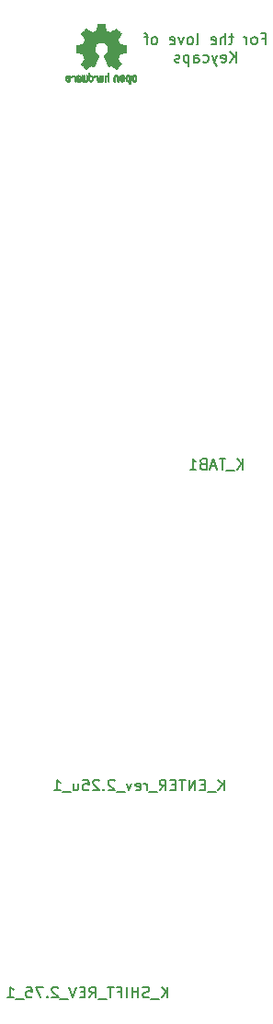
<source format=gbr>
G04 #@! TF.GenerationSoftware,KiCad,Pcbnew,(5.1.5)-3*
G04 #@! TF.CreationDate,2020-01-18T14:12:09+05:30*
G04 #@! TF.ProjectId,ergocape,6572676f-6361-4706-952e-6b696361645f,rev?*
G04 #@! TF.SameCoordinates,Original*
G04 #@! TF.FileFunction,Legend,Bot*
G04 #@! TF.FilePolarity,Positive*
%FSLAX46Y46*%
G04 Gerber Fmt 4.6, Leading zero omitted, Abs format (unit mm)*
G04 Created by KiCad (PCBNEW (5.1.5)-3) date 2020-01-18 14:12:09*
%MOMM*%
%LPD*%
G04 APERTURE LIST*
%ADD10C,0.150000*%
%ADD11C,0.010000*%
G04 APERTURE END LIST*
D10*
X64372476Y-20185571D02*
X64705809Y-20185571D01*
X64705809Y-20709380D02*
X64705809Y-19709380D01*
X64229619Y-19709380D01*
X63705809Y-20709380D02*
X63801047Y-20661761D01*
X63848666Y-20614142D01*
X63896285Y-20518904D01*
X63896285Y-20233190D01*
X63848666Y-20137952D01*
X63801047Y-20090333D01*
X63705809Y-20042714D01*
X63562952Y-20042714D01*
X63467714Y-20090333D01*
X63420095Y-20137952D01*
X63372476Y-20233190D01*
X63372476Y-20518904D01*
X63420095Y-20614142D01*
X63467714Y-20661761D01*
X63562952Y-20709380D01*
X63705809Y-20709380D01*
X62943904Y-20709380D02*
X62943904Y-20042714D01*
X62943904Y-20233190D02*
X62896285Y-20137952D01*
X62848666Y-20090333D01*
X62753428Y-20042714D01*
X62658190Y-20042714D01*
X61705809Y-20042714D02*
X61324857Y-20042714D01*
X61562952Y-19709380D02*
X61562952Y-20566523D01*
X61515333Y-20661761D01*
X61420095Y-20709380D01*
X61324857Y-20709380D01*
X60991523Y-20709380D02*
X60991523Y-19709380D01*
X60562952Y-20709380D02*
X60562952Y-20185571D01*
X60610571Y-20090333D01*
X60705809Y-20042714D01*
X60848666Y-20042714D01*
X60943904Y-20090333D01*
X60991523Y-20137952D01*
X59705809Y-20661761D02*
X59801047Y-20709380D01*
X59991523Y-20709380D01*
X60086761Y-20661761D01*
X60134380Y-20566523D01*
X60134380Y-20185571D01*
X60086761Y-20090333D01*
X59991523Y-20042714D01*
X59801047Y-20042714D01*
X59705809Y-20090333D01*
X59658190Y-20185571D01*
X59658190Y-20280809D01*
X60134380Y-20376047D01*
X58324857Y-20709380D02*
X58420095Y-20661761D01*
X58467714Y-20566523D01*
X58467714Y-19709380D01*
X57801047Y-20709380D02*
X57896285Y-20661761D01*
X57943904Y-20614142D01*
X57991523Y-20518904D01*
X57991523Y-20233190D01*
X57943904Y-20137952D01*
X57896285Y-20090333D01*
X57801047Y-20042714D01*
X57658190Y-20042714D01*
X57562952Y-20090333D01*
X57515333Y-20137952D01*
X57467714Y-20233190D01*
X57467714Y-20518904D01*
X57515333Y-20614142D01*
X57562952Y-20661761D01*
X57658190Y-20709380D01*
X57801047Y-20709380D01*
X57134380Y-20042714D02*
X56896285Y-20709380D01*
X56658190Y-20042714D01*
X55896285Y-20661761D02*
X55991523Y-20709380D01*
X56182000Y-20709380D01*
X56277238Y-20661761D01*
X56324857Y-20566523D01*
X56324857Y-20185571D01*
X56277238Y-20090333D01*
X56182000Y-20042714D01*
X55991523Y-20042714D01*
X55896285Y-20090333D01*
X55848666Y-20185571D01*
X55848666Y-20280809D01*
X56324857Y-20376047D01*
X54515333Y-20709380D02*
X54610571Y-20661761D01*
X54658190Y-20614142D01*
X54705809Y-20518904D01*
X54705809Y-20233190D01*
X54658190Y-20137952D01*
X54610571Y-20090333D01*
X54515333Y-20042714D01*
X54372476Y-20042714D01*
X54277238Y-20090333D01*
X54229619Y-20137952D01*
X54182000Y-20233190D01*
X54182000Y-20518904D01*
X54229619Y-20614142D01*
X54277238Y-20661761D01*
X54372476Y-20709380D01*
X54515333Y-20709380D01*
X53896285Y-20042714D02*
X53515333Y-20042714D01*
X53753428Y-20709380D02*
X53753428Y-19852238D01*
X53705809Y-19757000D01*
X53610571Y-19709380D01*
X53515333Y-19709380D01*
X61991523Y-22359380D02*
X61991523Y-21359380D01*
X61420095Y-22359380D02*
X61848666Y-21787952D01*
X61420095Y-21359380D02*
X61991523Y-21930809D01*
X60610571Y-22311761D02*
X60705809Y-22359380D01*
X60896285Y-22359380D01*
X60991523Y-22311761D01*
X61039142Y-22216523D01*
X61039142Y-21835571D01*
X60991523Y-21740333D01*
X60896285Y-21692714D01*
X60705809Y-21692714D01*
X60610571Y-21740333D01*
X60562952Y-21835571D01*
X60562952Y-21930809D01*
X61039142Y-22026047D01*
X60229619Y-21692714D02*
X59991523Y-22359380D01*
X59753428Y-21692714D02*
X59991523Y-22359380D01*
X60086761Y-22597476D01*
X60134380Y-22645095D01*
X60229619Y-22692714D01*
X58943904Y-22311761D02*
X59039142Y-22359380D01*
X59229619Y-22359380D01*
X59324857Y-22311761D01*
X59372476Y-22264142D01*
X59420095Y-22168904D01*
X59420095Y-21883190D01*
X59372476Y-21787952D01*
X59324857Y-21740333D01*
X59229619Y-21692714D01*
X59039142Y-21692714D01*
X58943904Y-21740333D01*
X58086761Y-22359380D02*
X58086761Y-21835571D01*
X58134380Y-21740333D01*
X58229619Y-21692714D01*
X58420095Y-21692714D01*
X58515333Y-21740333D01*
X58086761Y-22311761D02*
X58182000Y-22359380D01*
X58420095Y-22359380D01*
X58515333Y-22311761D01*
X58562952Y-22216523D01*
X58562952Y-22121285D01*
X58515333Y-22026047D01*
X58420095Y-21978428D01*
X58182000Y-21978428D01*
X58086761Y-21930809D01*
X57610571Y-21692714D02*
X57610571Y-22692714D01*
X57610571Y-21740333D02*
X57515333Y-21692714D01*
X57324857Y-21692714D01*
X57229619Y-21740333D01*
X57182000Y-21787952D01*
X57134380Y-21883190D01*
X57134380Y-22168904D01*
X57182000Y-22264142D01*
X57229619Y-22311761D01*
X57324857Y-22359380D01*
X57515333Y-22359380D01*
X57610571Y-22311761D01*
X56753428Y-22311761D02*
X56658190Y-22359380D01*
X56467714Y-22359380D01*
X56372476Y-22311761D01*
X56324857Y-22216523D01*
X56324857Y-22168904D01*
X56372476Y-22073666D01*
X56467714Y-22026047D01*
X56610571Y-22026047D01*
X56705809Y-21978428D01*
X56753428Y-21883190D01*
X56753428Y-21835571D01*
X56705809Y-21740333D01*
X56610571Y-21692714D01*
X56467714Y-21692714D01*
X56372476Y-21740333D01*
D11*
G36*
X51930256Y-23509918D02*
G01*
X51874799Y-23537568D01*
X51825852Y-23588480D01*
X51812371Y-23607338D01*
X51797686Y-23632015D01*
X51788158Y-23658816D01*
X51782707Y-23694587D01*
X51780253Y-23746169D01*
X51779714Y-23814267D01*
X51782148Y-23907588D01*
X51790606Y-23977657D01*
X51806826Y-24029931D01*
X51832546Y-24069869D01*
X51869503Y-24102929D01*
X51872218Y-24104886D01*
X51908640Y-24124908D01*
X51952498Y-24134815D01*
X52008276Y-24137257D01*
X52098952Y-24137257D01*
X52098990Y-24225283D01*
X52099834Y-24274308D01*
X52104976Y-24303065D01*
X52118413Y-24320311D01*
X52144142Y-24334808D01*
X52150321Y-24337769D01*
X52179236Y-24351648D01*
X52201624Y-24360414D01*
X52218271Y-24361171D01*
X52229964Y-24351023D01*
X52237490Y-24327073D01*
X52241634Y-24286426D01*
X52243185Y-24226186D01*
X52242929Y-24143455D01*
X52241651Y-24035339D01*
X52241252Y-24003000D01*
X52239815Y-23891524D01*
X52238528Y-23818603D01*
X52099029Y-23818603D01*
X52098245Y-23880499D01*
X52094760Y-23920997D01*
X52086876Y-23947708D01*
X52072895Y-23968244D01*
X52063403Y-23978260D01*
X52024596Y-24007567D01*
X51990237Y-24009952D01*
X51954784Y-23985750D01*
X51953886Y-23984857D01*
X51939461Y-23966153D01*
X51930687Y-23940732D01*
X51926261Y-23901584D01*
X51924882Y-23841697D01*
X51924857Y-23828430D01*
X51928188Y-23745901D01*
X51939031Y-23688691D01*
X51958660Y-23653766D01*
X51988350Y-23638094D01*
X52005509Y-23636514D01*
X52046234Y-23643926D01*
X52074168Y-23668330D01*
X52090983Y-23712980D01*
X52098350Y-23781130D01*
X52099029Y-23818603D01*
X52238528Y-23818603D01*
X52238292Y-23805245D01*
X52236323Y-23740333D01*
X52233550Y-23692958D01*
X52229612Y-23659290D01*
X52224151Y-23635498D01*
X52216808Y-23617753D01*
X52207223Y-23602224D01*
X52203113Y-23596381D01*
X52148595Y-23541185D01*
X52079664Y-23509890D01*
X51999928Y-23501165D01*
X51930256Y-23509918D01*
G37*
X51930256Y-23509918D02*
X51874799Y-23537568D01*
X51825852Y-23588480D01*
X51812371Y-23607338D01*
X51797686Y-23632015D01*
X51788158Y-23658816D01*
X51782707Y-23694587D01*
X51780253Y-23746169D01*
X51779714Y-23814267D01*
X51782148Y-23907588D01*
X51790606Y-23977657D01*
X51806826Y-24029931D01*
X51832546Y-24069869D01*
X51869503Y-24102929D01*
X51872218Y-24104886D01*
X51908640Y-24124908D01*
X51952498Y-24134815D01*
X52008276Y-24137257D01*
X52098952Y-24137257D01*
X52098990Y-24225283D01*
X52099834Y-24274308D01*
X52104976Y-24303065D01*
X52118413Y-24320311D01*
X52144142Y-24334808D01*
X52150321Y-24337769D01*
X52179236Y-24351648D01*
X52201624Y-24360414D01*
X52218271Y-24361171D01*
X52229964Y-24351023D01*
X52237490Y-24327073D01*
X52241634Y-24286426D01*
X52243185Y-24226186D01*
X52242929Y-24143455D01*
X52241651Y-24035339D01*
X52241252Y-24003000D01*
X52239815Y-23891524D01*
X52238528Y-23818603D01*
X52099029Y-23818603D01*
X52098245Y-23880499D01*
X52094760Y-23920997D01*
X52086876Y-23947708D01*
X52072895Y-23968244D01*
X52063403Y-23978260D01*
X52024596Y-24007567D01*
X51990237Y-24009952D01*
X51954784Y-23985750D01*
X51953886Y-23984857D01*
X51939461Y-23966153D01*
X51930687Y-23940732D01*
X51926261Y-23901584D01*
X51924882Y-23841697D01*
X51924857Y-23828430D01*
X51928188Y-23745901D01*
X51939031Y-23688691D01*
X51958660Y-23653766D01*
X51988350Y-23638094D01*
X52005509Y-23636514D01*
X52046234Y-23643926D01*
X52074168Y-23668330D01*
X52090983Y-23712980D01*
X52098350Y-23781130D01*
X52099029Y-23818603D01*
X52238528Y-23818603D01*
X52238292Y-23805245D01*
X52236323Y-23740333D01*
X52233550Y-23692958D01*
X52229612Y-23659290D01*
X52224151Y-23635498D01*
X52216808Y-23617753D01*
X52207223Y-23602224D01*
X52203113Y-23596381D01*
X52148595Y-23541185D01*
X52079664Y-23509890D01*
X51999928Y-23501165D01*
X51930256Y-23509918D01*
G36*
X50813907Y-23517780D02*
G01*
X50767328Y-23544723D01*
X50734943Y-23571466D01*
X50711258Y-23599484D01*
X50694941Y-23633748D01*
X50684661Y-23679227D01*
X50679086Y-23740892D01*
X50676884Y-23823711D01*
X50676629Y-23883246D01*
X50676629Y-24102391D01*
X50738314Y-24130044D01*
X50800000Y-24157697D01*
X50807257Y-23917670D01*
X50810256Y-23828028D01*
X50813402Y-23762962D01*
X50817299Y-23718026D01*
X50822553Y-23688770D01*
X50829769Y-23670748D01*
X50839550Y-23659511D01*
X50842688Y-23657079D01*
X50890239Y-23638083D01*
X50938303Y-23645600D01*
X50966914Y-23665543D01*
X50978553Y-23679675D01*
X50986609Y-23698220D01*
X50991729Y-23726334D01*
X50994559Y-23769173D01*
X50995744Y-23831895D01*
X50995943Y-23897261D01*
X50995982Y-23979268D01*
X50997386Y-24037316D01*
X51002086Y-24076465D01*
X51012013Y-24101780D01*
X51029097Y-24118323D01*
X51055268Y-24131156D01*
X51090225Y-24144491D01*
X51128404Y-24159007D01*
X51123859Y-23901389D01*
X51122029Y-23808519D01*
X51119888Y-23739889D01*
X51116819Y-23690711D01*
X51112206Y-23656198D01*
X51105432Y-23631562D01*
X51095881Y-23612016D01*
X51084366Y-23594770D01*
X51028810Y-23539680D01*
X50961020Y-23507822D01*
X50887287Y-23500191D01*
X50813907Y-23517780D01*
G37*
X50813907Y-23517780D02*
X50767328Y-23544723D01*
X50734943Y-23571466D01*
X50711258Y-23599484D01*
X50694941Y-23633748D01*
X50684661Y-23679227D01*
X50679086Y-23740892D01*
X50676884Y-23823711D01*
X50676629Y-23883246D01*
X50676629Y-24102391D01*
X50738314Y-24130044D01*
X50800000Y-24157697D01*
X50807257Y-23917670D01*
X50810256Y-23828028D01*
X50813402Y-23762962D01*
X50817299Y-23718026D01*
X50822553Y-23688770D01*
X50829769Y-23670748D01*
X50839550Y-23659511D01*
X50842688Y-23657079D01*
X50890239Y-23638083D01*
X50938303Y-23645600D01*
X50966914Y-23665543D01*
X50978553Y-23679675D01*
X50986609Y-23698220D01*
X50991729Y-23726334D01*
X50994559Y-23769173D01*
X50995744Y-23831895D01*
X50995943Y-23897261D01*
X50995982Y-23979268D01*
X50997386Y-24037316D01*
X51002086Y-24076465D01*
X51012013Y-24101780D01*
X51029097Y-24118323D01*
X51055268Y-24131156D01*
X51090225Y-24144491D01*
X51128404Y-24159007D01*
X51123859Y-23901389D01*
X51122029Y-23808519D01*
X51119888Y-23739889D01*
X51116819Y-23690711D01*
X51112206Y-23656198D01*
X51105432Y-23631562D01*
X51095881Y-23612016D01*
X51084366Y-23594770D01*
X51028810Y-23539680D01*
X50961020Y-23507822D01*
X50887287Y-23500191D01*
X50813907Y-23517780D01*
G36*
X52488885Y-23511962D02*
G01*
X52420855Y-23547733D01*
X52370649Y-23605301D01*
X52352815Y-23642312D01*
X52338937Y-23697882D01*
X52331833Y-23768096D01*
X52331160Y-23844727D01*
X52336573Y-23919552D01*
X52347730Y-23984342D01*
X52364286Y-24030873D01*
X52369374Y-24038887D01*
X52429645Y-24098707D01*
X52501231Y-24134535D01*
X52578908Y-24145020D01*
X52657452Y-24128810D01*
X52679311Y-24119092D01*
X52721878Y-24089143D01*
X52759237Y-24049433D01*
X52762768Y-24044397D01*
X52777119Y-24020124D01*
X52786606Y-23994178D01*
X52792210Y-23960022D01*
X52794914Y-23911119D01*
X52795701Y-23840935D01*
X52795714Y-23825200D01*
X52795678Y-23820192D01*
X52650571Y-23820192D01*
X52649727Y-23886430D01*
X52646404Y-23930386D01*
X52639417Y-23958779D01*
X52627584Y-23978325D01*
X52621543Y-23984857D01*
X52586814Y-24009680D01*
X52553097Y-24008548D01*
X52519005Y-23987016D01*
X52498671Y-23964029D01*
X52486629Y-23930478D01*
X52479866Y-23877569D01*
X52479402Y-23871399D01*
X52478248Y-23775513D01*
X52490312Y-23704299D01*
X52515430Y-23658194D01*
X52553440Y-23637635D01*
X52567008Y-23636514D01*
X52602636Y-23642152D01*
X52627006Y-23661686D01*
X52641907Y-23699042D01*
X52649125Y-23758150D01*
X52650571Y-23820192D01*
X52795678Y-23820192D01*
X52795174Y-23750413D01*
X52792904Y-23698159D01*
X52787932Y-23661949D01*
X52779287Y-23635299D01*
X52765995Y-23611722D01*
X52763057Y-23607338D01*
X52713687Y-23548249D01*
X52659891Y-23513947D01*
X52594398Y-23500331D01*
X52572158Y-23499665D01*
X52488885Y-23511962D01*
G37*
X52488885Y-23511962D02*
X52420855Y-23547733D01*
X52370649Y-23605301D01*
X52352815Y-23642312D01*
X52338937Y-23697882D01*
X52331833Y-23768096D01*
X52331160Y-23844727D01*
X52336573Y-23919552D01*
X52347730Y-23984342D01*
X52364286Y-24030873D01*
X52369374Y-24038887D01*
X52429645Y-24098707D01*
X52501231Y-24134535D01*
X52578908Y-24145020D01*
X52657452Y-24128810D01*
X52679311Y-24119092D01*
X52721878Y-24089143D01*
X52759237Y-24049433D01*
X52762768Y-24044397D01*
X52777119Y-24020124D01*
X52786606Y-23994178D01*
X52792210Y-23960022D01*
X52794914Y-23911119D01*
X52795701Y-23840935D01*
X52795714Y-23825200D01*
X52795678Y-23820192D01*
X52650571Y-23820192D01*
X52649727Y-23886430D01*
X52646404Y-23930386D01*
X52639417Y-23958779D01*
X52627584Y-23978325D01*
X52621543Y-23984857D01*
X52586814Y-24009680D01*
X52553097Y-24008548D01*
X52519005Y-23987016D01*
X52498671Y-23964029D01*
X52486629Y-23930478D01*
X52479866Y-23877569D01*
X52479402Y-23871399D01*
X52478248Y-23775513D01*
X52490312Y-23704299D01*
X52515430Y-23658194D01*
X52553440Y-23637635D01*
X52567008Y-23636514D01*
X52602636Y-23642152D01*
X52627006Y-23661686D01*
X52641907Y-23699042D01*
X52649125Y-23758150D01*
X52650571Y-23820192D01*
X52795678Y-23820192D01*
X52795174Y-23750413D01*
X52792904Y-23698159D01*
X52787932Y-23661949D01*
X52779287Y-23635299D01*
X52765995Y-23611722D01*
X52763057Y-23607338D01*
X52713687Y-23548249D01*
X52659891Y-23513947D01*
X52594398Y-23500331D01*
X52572158Y-23499665D01*
X52488885Y-23511962D01*
G36*
X51361697Y-23521239D02*
G01*
X51304473Y-23559735D01*
X51260251Y-23615335D01*
X51233833Y-23686086D01*
X51228490Y-23738162D01*
X51229097Y-23759893D01*
X51234178Y-23776531D01*
X51248145Y-23791437D01*
X51275411Y-23807973D01*
X51320388Y-23829498D01*
X51387489Y-23859374D01*
X51387829Y-23859524D01*
X51449593Y-23887813D01*
X51500241Y-23912933D01*
X51534596Y-23932179D01*
X51547482Y-23942848D01*
X51547486Y-23942934D01*
X51536128Y-23966166D01*
X51509569Y-23991774D01*
X51479077Y-24010221D01*
X51463630Y-24013886D01*
X51421485Y-24001212D01*
X51385192Y-23969471D01*
X51367483Y-23934572D01*
X51350448Y-23908845D01*
X51317078Y-23879546D01*
X51277851Y-23854235D01*
X51243244Y-23840471D01*
X51236007Y-23839714D01*
X51227861Y-23852160D01*
X51227370Y-23883972D01*
X51233357Y-23926866D01*
X51244643Y-23972558D01*
X51260050Y-24012761D01*
X51260829Y-24014322D01*
X51307196Y-24079062D01*
X51367289Y-24123097D01*
X51435535Y-24144711D01*
X51506362Y-24142185D01*
X51574196Y-24113804D01*
X51577212Y-24111808D01*
X51630573Y-24063448D01*
X51665660Y-24000352D01*
X51685078Y-23917387D01*
X51687684Y-23894078D01*
X51692299Y-23784055D01*
X51686767Y-23732748D01*
X51547486Y-23732748D01*
X51545676Y-23764753D01*
X51535778Y-23774093D01*
X51511102Y-23767105D01*
X51472205Y-23750587D01*
X51428725Y-23729881D01*
X51427644Y-23729333D01*
X51390791Y-23709949D01*
X51376000Y-23697013D01*
X51379647Y-23683451D01*
X51395005Y-23665632D01*
X51434077Y-23639845D01*
X51476154Y-23637950D01*
X51513897Y-23656717D01*
X51539966Y-23692915D01*
X51547486Y-23732748D01*
X51686767Y-23732748D01*
X51682806Y-23696027D01*
X51658450Y-23626212D01*
X51624544Y-23577302D01*
X51563347Y-23527878D01*
X51495937Y-23503359D01*
X51427120Y-23501797D01*
X51361697Y-23521239D01*
G37*
X51361697Y-23521239D02*
X51304473Y-23559735D01*
X51260251Y-23615335D01*
X51233833Y-23686086D01*
X51228490Y-23738162D01*
X51229097Y-23759893D01*
X51234178Y-23776531D01*
X51248145Y-23791437D01*
X51275411Y-23807973D01*
X51320388Y-23829498D01*
X51387489Y-23859374D01*
X51387829Y-23859524D01*
X51449593Y-23887813D01*
X51500241Y-23912933D01*
X51534596Y-23932179D01*
X51547482Y-23942848D01*
X51547486Y-23942934D01*
X51536128Y-23966166D01*
X51509569Y-23991774D01*
X51479077Y-24010221D01*
X51463630Y-24013886D01*
X51421485Y-24001212D01*
X51385192Y-23969471D01*
X51367483Y-23934572D01*
X51350448Y-23908845D01*
X51317078Y-23879546D01*
X51277851Y-23854235D01*
X51243244Y-23840471D01*
X51236007Y-23839714D01*
X51227861Y-23852160D01*
X51227370Y-23883972D01*
X51233357Y-23926866D01*
X51244643Y-23972558D01*
X51260050Y-24012761D01*
X51260829Y-24014322D01*
X51307196Y-24079062D01*
X51367289Y-24123097D01*
X51435535Y-24144711D01*
X51506362Y-24142185D01*
X51574196Y-24113804D01*
X51577212Y-24111808D01*
X51630573Y-24063448D01*
X51665660Y-24000352D01*
X51685078Y-23917387D01*
X51687684Y-23894078D01*
X51692299Y-23784055D01*
X51686767Y-23732748D01*
X51547486Y-23732748D01*
X51545676Y-23764753D01*
X51535778Y-23774093D01*
X51511102Y-23767105D01*
X51472205Y-23750587D01*
X51428725Y-23729881D01*
X51427644Y-23729333D01*
X51390791Y-23709949D01*
X51376000Y-23697013D01*
X51379647Y-23683451D01*
X51395005Y-23665632D01*
X51434077Y-23639845D01*
X51476154Y-23637950D01*
X51513897Y-23656717D01*
X51539966Y-23692915D01*
X51547486Y-23732748D01*
X51686767Y-23732748D01*
X51682806Y-23696027D01*
X51658450Y-23626212D01*
X51624544Y-23577302D01*
X51563347Y-23527878D01*
X51495937Y-23503359D01*
X51427120Y-23501797D01*
X51361697Y-23521239D01*
G36*
X50154114Y-23441289D02*
G01*
X50149861Y-23500613D01*
X50144975Y-23535572D01*
X50138205Y-23550820D01*
X50128298Y-23551015D01*
X50125086Y-23549195D01*
X50082356Y-23536015D01*
X50026773Y-23536785D01*
X49970263Y-23550333D01*
X49934918Y-23567861D01*
X49898679Y-23595861D01*
X49872187Y-23627549D01*
X49854001Y-23667813D01*
X49842678Y-23721543D01*
X49836778Y-23793626D01*
X49834857Y-23888951D01*
X49834823Y-23907237D01*
X49834800Y-24112646D01*
X49880509Y-24128580D01*
X49912973Y-24139420D01*
X49930785Y-24144468D01*
X49931309Y-24144514D01*
X49933063Y-24130828D01*
X49934556Y-24093076D01*
X49935674Y-24036224D01*
X49936303Y-23965234D01*
X49936400Y-23922073D01*
X49936602Y-23836973D01*
X49937642Y-23775981D01*
X49940169Y-23734177D01*
X49944836Y-23706642D01*
X49952293Y-23688456D01*
X49963189Y-23674698D01*
X49969993Y-23668073D01*
X50016728Y-23641375D01*
X50067728Y-23639375D01*
X50113999Y-23661955D01*
X50122556Y-23670107D01*
X50135107Y-23685436D01*
X50143812Y-23703618D01*
X50149369Y-23729909D01*
X50152474Y-23769562D01*
X50153824Y-23827832D01*
X50154114Y-23908173D01*
X50154114Y-24112646D01*
X50199823Y-24128580D01*
X50232287Y-24139420D01*
X50250099Y-24144468D01*
X50250623Y-24144514D01*
X50251963Y-24130623D01*
X50253172Y-24091439D01*
X50254199Y-24030700D01*
X50254998Y-23952141D01*
X50255519Y-23859498D01*
X50255714Y-23756509D01*
X50255714Y-23359342D01*
X50208543Y-23339444D01*
X50161371Y-23319547D01*
X50154114Y-23441289D01*
G37*
X50154114Y-23441289D02*
X50149861Y-23500613D01*
X50144975Y-23535572D01*
X50138205Y-23550820D01*
X50128298Y-23551015D01*
X50125086Y-23549195D01*
X50082356Y-23536015D01*
X50026773Y-23536785D01*
X49970263Y-23550333D01*
X49934918Y-23567861D01*
X49898679Y-23595861D01*
X49872187Y-23627549D01*
X49854001Y-23667813D01*
X49842678Y-23721543D01*
X49836778Y-23793626D01*
X49834857Y-23888951D01*
X49834823Y-23907237D01*
X49834800Y-24112646D01*
X49880509Y-24128580D01*
X49912973Y-24139420D01*
X49930785Y-24144468D01*
X49931309Y-24144514D01*
X49933063Y-24130828D01*
X49934556Y-24093076D01*
X49935674Y-24036224D01*
X49936303Y-23965234D01*
X49936400Y-23922073D01*
X49936602Y-23836973D01*
X49937642Y-23775981D01*
X49940169Y-23734177D01*
X49944836Y-23706642D01*
X49952293Y-23688456D01*
X49963189Y-23674698D01*
X49969993Y-23668073D01*
X50016728Y-23641375D01*
X50067728Y-23639375D01*
X50113999Y-23661955D01*
X50122556Y-23670107D01*
X50135107Y-23685436D01*
X50143812Y-23703618D01*
X50149369Y-23729909D01*
X50152474Y-23769562D01*
X50153824Y-23827832D01*
X50154114Y-23908173D01*
X50154114Y-24112646D01*
X50199823Y-24128580D01*
X50232287Y-24139420D01*
X50250099Y-24144468D01*
X50250623Y-24144514D01*
X50251963Y-24130623D01*
X50253172Y-24091439D01*
X50254199Y-24030700D01*
X50254998Y-23952141D01*
X50255519Y-23859498D01*
X50255714Y-23756509D01*
X50255714Y-23359342D01*
X50208543Y-23339444D01*
X50161371Y-23319547D01*
X50154114Y-23441289D01*
G36*
X49490256Y-23540968D02*
G01*
X49433384Y-23562087D01*
X49432733Y-23562493D01*
X49397560Y-23588380D01*
X49371593Y-23618633D01*
X49353330Y-23658058D01*
X49341268Y-23711462D01*
X49333904Y-23783651D01*
X49329736Y-23879432D01*
X49329371Y-23893078D01*
X49324124Y-24098842D01*
X49368284Y-24121678D01*
X49400237Y-24137110D01*
X49419530Y-24144423D01*
X49420422Y-24144514D01*
X49423761Y-24131022D01*
X49426413Y-24094626D01*
X49428044Y-24041452D01*
X49428400Y-23998393D01*
X49428408Y-23928641D01*
X49431597Y-23884837D01*
X49442712Y-23863944D01*
X49466499Y-23862925D01*
X49507704Y-23878741D01*
X49569914Y-23907815D01*
X49615659Y-23931963D01*
X49639187Y-23952913D01*
X49646104Y-23975747D01*
X49646114Y-23976877D01*
X49634701Y-24016212D01*
X49600908Y-24037462D01*
X49549191Y-24040539D01*
X49511939Y-24040006D01*
X49492297Y-24050735D01*
X49480048Y-24076505D01*
X49472998Y-24109337D01*
X49483158Y-24127966D01*
X49486983Y-24130632D01*
X49522999Y-24141340D01*
X49573434Y-24142856D01*
X49625374Y-24135759D01*
X49662178Y-24122788D01*
X49713062Y-24079585D01*
X49741986Y-24019446D01*
X49747714Y-23972462D01*
X49743343Y-23930082D01*
X49727525Y-23895488D01*
X49696203Y-23864763D01*
X49645322Y-23833990D01*
X49570824Y-23799252D01*
X49566286Y-23797288D01*
X49499179Y-23766287D01*
X49457768Y-23740862D01*
X49440019Y-23718014D01*
X49443893Y-23694745D01*
X49467357Y-23668056D01*
X49474373Y-23661914D01*
X49521370Y-23638100D01*
X49570067Y-23639103D01*
X49612478Y-23662451D01*
X49640616Y-23705675D01*
X49643231Y-23714160D01*
X49668692Y-23755308D01*
X49700999Y-23775128D01*
X49747714Y-23794770D01*
X49747714Y-23743950D01*
X49733504Y-23670082D01*
X49691325Y-23602327D01*
X49669376Y-23579661D01*
X49619483Y-23550569D01*
X49556033Y-23537400D01*
X49490256Y-23540968D01*
G37*
X49490256Y-23540968D02*
X49433384Y-23562087D01*
X49432733Y-23562493D01*
X49397560Y-23588380D01*
X49371593Y-23618633D01*
X49353330Y-23658058D01*
X49341268Y-23711462D01*
X49333904Y-23783651D01*
X49329736Y-23879432D01*
X49329371Y-23893078D01*
X49324124Y-24098842D01*
X49368284Y-24121678D01*
X49400237Y-24137110D01*
X49419530Y-24144423D01*
X49420422Y-24144514D01*
X49423761Y-24131022D01*
X49426413Y-24094626D01*
X49428044Y-24041452D01*
X49428400Y-23998393D01*
X49428408Y-23928641D01*
X49431597Y-23884837D01*
X49442712Y-23863944D01*
X49466499Y-23862925D01*
X49507704Y-23878741D01*
X49569914Y-23907815D01*
X49615659Y-23931963D01*
X49639187Y-23952913D01*
X49646104Y-23975747D01*
X49646114Y-23976877D01*
X49634701Y-24016212D01*
X49600908Y-24037462D01*
X49549191Y-24040539D01*
X49511939Y-24040006D01*
X49492297Y-24050735D01*
X49480048Y-24076505D01*
X49472998Y-24109337D01*
X49483158Y-24127966D01*
X49486983Y-24130632D01*
X49522999Y-24141340D01*
X49573434Y-24142856D01*
X49625374Y-24135759D01*
X49662178Y-24122788D01*
X49713062Y-24079585D01*
X49741986Y-24019446D01*
X49747714Y-23972462D01*
X49743343Y-23930082D01*
X49727525Y-23895488D01*
X49696203Y-23864763D01*
X49645322Y-23833990D01*
X49570824Y-23799252D01*
X49566286Y-23797288D01*
X49499179Y-23766287D01*
X49457768Y-23740862D01*
X49440019Y-23718014D01*
X49443893Y-23694745D01*
X49467357Y-23668056D01*
X49474373Y-23661914D01*
X49521370Y-23638100D01*
X49570067Y-23639103D01*
X49612478Y-23662451D01*
X49640616Y-23705675D01*
X49643231Y-23714160D01*
X49668692Y-23755308D01*
X49700999Y-23775128D01*
X49747714Y-23794770D01*
X49747714Y-23743950D01*
X49733504Y-23670082D01*
X49691325Y-23602327D01*
X49669376Y-23579661D01*
X49619483Y-23550569D01*
X49556033Y-23537400D01*
X49490256Y-23540968D01*
G36*
X49000074Y-23539755D02*
G01*
X48934142Y-23564084D01*
X48880727Y-23607117D01*
X48859836Y-23637409D01*
X48837061Y-23692994D01*
X48837534Y-23733186D01*
X48861438Y-23760217D01*
X48870283Y-23764813D01*
X48908470Y-23779144D01*
X48927972Y-23775472D01*
X48934578Y-23751407D01*
X48934914Y-23738114D01*
X48947008Y-23689210D01*
X48978529Y-23654999D01*
X49022341Y-23638476D01*
X49071305Y-23642634D01*
X49111106Y-23664227D01*
X49124550Y-23676544D01*
X49134079Y-23691487D01*
X49140515Y-23714075D01*
X49144683Y-23749328D01*
X49147403Y-23802266D01*
X49149498Y-23877907D01*
X49150040Y-23901857D01*
X49152019Y-23983790D01*
X49154269Y-24041455D01*
X49157643Y-24079608D01*
X49162994Y-24103004D01*
X49171176Y-24116398D01*
X49183041Y-24124545D01*
X49190638Y-24128144D01*
X49222898Y-24140452D01*
X49241889Y-24144514D01*
X49248164Y-24130948D01*
X49251994Y-24089934D01*
X49253400Y-24020999D01*
X49252402Y-23923669D01*
X49252092Y-23908657D01*
X49249899Y-23819859D01*
X49247307Y-23755019D01*
X49243618Y-23709067D01*
X49238136Y-23676935D01*
X49230165Y-23653553D01*
X49219007Y-23633852D01*
X49213170Y-23625410D01*
X49179704Y-23588057D01*
X49142273Y-23559003D01*
X49137691Y-23556467D01*
X49070574Y-23536443D01*
X49000074Y-23539755D01*
G37*
X49000074Y-23539755D02*
X48934142Y-23564084D01*
X48880727Y-23607117D01*
X48859836Y-23637409D01*
X48837061Y-23692994D01*
X48837534Y-23733186D01*
X48861438Y-23760217D01*
X48870283Y-23764813D01*
X48908470Y-23779144D01*
X48927972Y-23775472D01*
X48934578Y-23751407D01*
X48934914Y-23738114D01*
X48947008Y-23689210D01*
X48978529Y-23654999D01*
X49022341Y-23638476D01*
X49071305Y-23642634D01*
X49111106Y-23664227D01*
X49124550Y-23676544D01*
X49134079Y-23691487D01*
X49140515Y-23714075D01*
X49144683Y-23749328D01*
X49147403Y-23802266D01*
X49149498Y-23877907D01*
X49150040Y-23901857D01*
X49152019Y-23983790D01*
X49154269Y-24041455D01*
X49157643Y-24079608D01*
X49162994Y-24103004D01*
X49171176Y-24116398D01*
X49183041Y-24124545D01*
X49190638Y-24128144D01*
X49222898Y-24140452D01*
X49241889Y-24144514D01*
X49248164Y-24130948D01*
X49251994Y-24089934D01*
X49253400Y-24020999D01*
X49252402Y-23923669D01*
X49252092Y-23908657D01*
X49249899Y-23819859D01*
X49247307Y-23755019D01*
X49243618Y-23709067D01*
X49238136Y-23676935D01*
X49230165Y-23653553D01*
X49219007Y-23633852D01*
X49213170Y-23625410D01*
X49179704Y-23588057D01*
X49142273Y-23559003D01*
X49137691Y-23556467D01*
X49070574Y-23536443D01*
X49000074Y-23539755D01*
G36*
X48339883Y-23655358D02*
G01*
X48340067Y-23763837D01*
X48340781Y-23847287D01*
X48342325Y-23909704D01*
X48344999Y-23955085D01*
X48349106Y-23987429D01*
X48354945Y-24010733D01*
X48362818Y-24028995D01*
X48368779Y-24039418D01*
X48418145Y-24095945D01*
X48480736Y-24131377D01*
X48549987Y-24144090D01*
X48619332Y-24132463D01*
X48660625Y-24111568D01*
X48703975Y-24075422D01*
X48733519Y-24031276D01*
X48751345Y-23973462D01*
X48759537Y-23896313D01*
X48760698Y-23839714D01*
X48760542Y-23835647D01*
X48659143Y-23835647D01*
X48658524Y-23900550D01*
X48655686Y-23943514D01*
X48649160Y-23971622D01*
X48637477Y-23991953D01*
X48623517Y-24007288D01*
X48576635Y-24036890D01*
X48526299Y-24039419D01*
X48478724Y-24014705D01*
X48475021Y-24011356D01*
X48459217Y-23993935D01*
X48449307Y-23973209D01*
X48443942Y-23942362D01*
X48441772Y-23894577D01*
X48441429Y-23841748D01*
X48442173Y-23775381D01*
X48445252Y-23731106D01*
X48451939Y-23702009D01*
X48463504Y-23681173D01*
X48472987Y-23670107D01*
X48517040Y-23642198D01*
X48567776Y-23638843D01*
X48616204Y-23660159D01*
X48625550Y-23668073D01*
X48641460Y-23685647D01*
X48651390Y-23706587D01*
X48656722Y-23737782D01*
X48658837Y-23786122D01*
X48659143Y-23835647D01*
X48760542Y-23835647D01*
X48757190Y-23748568D01*
X48745274Y-23680086D01*
X48722865Y-23628600D01*
X48687876Y-23588443D01*
X48660625Y-23567861D01*
X48611093Y-23545625D01*
X48553684Y-23535304D01*
X48500318Y-23538067D01*
X48470457Y-23549212D01*
X48458739Y-23552383D01*
X48450963Y-23540557D01*
X48445535Y-23508866D01*
X48441429Y-23460593D01*
X48436933Y-23406829D01*
X48430687Y-23374482D01*
X48419324Y-23355985D01*
X48399472Y-23343770D01*
X48387000Y-23338362D01*
X48339829Y-23318601D01*
X48339883Y-23655358D01*
G37*
X48339883Y-23655358D02*
X48340067Y-23763837D01*
X48340781Y-23847287D01*
X48342325Y-23909704D01*
X48344999Y-23955085D01*
X48349106Y-23987429D01*
X48354945Y-24010733D01*
X48362818Y-24028995D01*
X48368779Y-24039418D01*
X48418145Y-24095945D01*
X48480736Y-24131377D01*
X48549987Y-24144090D01*
X48619332Y-24132463D01*
X48660625Y-24111568D01*
X48703975Y-24075422D01*
X48733519Y-24031276D01*
X48751345Y-23973462D01*
X48759537Y-23896313D01*
X48760698Y-23839714D01*
X48760542Y-23835647D01*
X48659143Y-23835647D01*
X48658524Y-23900550D01*
X48655686Y-23943514D01*
X48649160Y-23971622D01*
X48637477Y-23991953D01*
X48623517Y-24007288D01*
X48576635Y-24036890D01*
X48526299Y-24039419D01*
X48478724Y-24014705D01*
X48475021Y-24011356D01*
X48459217Y-23993935D01*
X48449307Y-23973209D01*
X48443942Y-23942362D01*
X48441772Y-23894577D01*
X48441429Y-23841748D01*
X48442173Y-23775381D01*
X48445252Y-23731106D01*
X48451939Y-23702009D01*
X48463504Y-23681173D01*
X48472987Y-23670107D01*
X48517040Y-23642198D01*
X48567776Y-23638843D01*
X48616204Y-23660159D01*
X48625550Y-23668073D01*
X48641460Y-23685647D01*
X48651390Y-23706587D01*
X48656722Y-23737782D01*
X48658837Y-23786122D01*
X48659143Y-23835647D01*
X48760542Y-23835647D01*
X48757190Y-23748568D01*
X48745274Y-23680086D01*
X48722865Y-23628600D01*
X48687876Y-23588443D01*
X48660625Y-23567861D01*
X48611093Y-23545625D01*
X48553684Y-23535304D01*
X48500318Y-23538067D01*
X48470457Y-23549212D01*
X48458739Y-23552383D01*
X48450963Y-23540557D01*
X48445535Y-23508866D01*
X48441429Y-23460593D01*
X48436933Y-23406829D01*
X48430687Y-23374482D01*
X48419324Y-23355985D01*
X48399472Y-23343770D01*
X48387000Y-23338362D01*
X48339829Y-23318601D01*
X48339883Y-23655358D01*
G36*
X47750167Y-23548663D02*
G01*
X47747952Y-23586850D01*
X47746216Y-23644886D01*
X47745101Y-23718180D01*
X47744743Y-23795055D01*
X47744743Y-24055196D01*
X47790674Y-24101127D01*
X47822325Y-24129429D01*
X47850110Y-24140893D01*
X47888085Y-24140168D01*
X47903160Y-24138321D01*
X47950274Y-24132948D01*
X47989244Y-24129869D01*
X47998743Y-24129585D01*
X48030767Y-24131445D01*
X48076568Y-24136114D01*
X48094326Y-24138321D01*
X48137943Y-24141735D01*
X48167255Y-24134320D01*
X48196320Y-24111427D01*
X48206812Y-24101127D01*
X48252743Y-24055196D01*
X48252743Y-23568602D01*
X48215774Y-23551758D01*
X48183941Y-23539282D01*
X48165317Y-23534914D01*
X48160542Y-23548718D01*
X48156079Y-23587286D01*
X48152225Y-23646356D01*
X48149278Y-23721663D01*
X48147857Y-23785286D01*
X48143886Y-24035657D01*
X48109241Y-24040556D01*
X48077732Y-24037131D01*
X48062292Y-24026041D01*
X48057977Y-24005308D01*
X48054292Y-23961145D01*
X48051531Y-23899146D01*
X48049988Y-23824909D01*
X48049765Y-23786706D01*
X48049543Y-23566783D01*
X48003834Y-23550849D01*
X47971482Y-23540015D01*
X47953885Y-23534962D01*
X47953377Y-23534914D01*
X47951612Y-23548648D01*
X47949671Y-23586730D01*
X47947718Y-23644482D01*
X47945916Y-23717227D01*
X47944657Y-23785286D01*
X47940686Y-24035657D01*
X47853600Y-24035657D01*
X47849604Y-23807240D01*
X47845608Y-23578822D01*
X47803153Y-23556868D01*
X47771808Y-23541793D01*
X47753256Y-23534951D01*
X47752721Y-23534914D01*
X47750167Y-23548663D01*
G37*
X47750167Y-23548663D02*
X47747952Y-23586850D01*
X47746216Y-23644886D01*
X47745101Y-23718180D01*
X47744743Y-23795055D01*
X47744743Y-24055196D01*
X47790674Y-24101127D01*
X47822325Y-24129429D01*
X47850110Y-24140893D01*
X47888085Y-24140168D01*
X47903160Y-24138321D01*
X47950274Y-24132948D01*
X47989244Y-24129869D01*
X47998743Y-24129585D01*
X48030767Y-24131445D01*
X48076568Y-24136114D01*
X48094326Y-24138321D01*
X48137943Y-24141735D01*
X48167255Y-24134320D01*
X48196320Y-24111427D01*
X48206812Y-24101127D01*
X48252743Y-24055196D01*
X48252743Y-23568602D01*
X48215774Y-23551758D01*
X48183941Y-23539282D01*
X48165317Y-23534914D01*
X48160542Y-23548718D01*
X48156079Y-23587286D01*
X48152225Y-23646356D01*
X48149278Y-23721663D01*
X48147857Y-23785286D01*
X48143886Y-24035657D01*
X48109241Y-24040556D01*
X48077732Y-24037131D01*
X48062292Y-24026041D01*
X48057977Y-24005308D01*
X48054292Y-23961145D01*
X48051531Y-23899146D01*
X48049988Y-23824909D01*
X48049765Y-23786706D01*
X48049543Y-23566783D01*
X48003834Y-23550849D01*
X47971482Y-23540015D01*
X47953885Y-23534962D01*
X47953377Y-23534914D01*
X47951612Y-23548648D01*
X47949671Y-23586730D01*
X47947718Y-23644482D01*
X47945916Y-23717227D01*
X47944657Y-23785286D01*
X47940686Y-24035657D01*
X47853600Y-24035657D01*
X47849604Y-23807240D01*
X47845608Y-23578822D01*
X47803153Y-23556868D01*
X47771808Y-23541793D01*
X47753256Y-23534951D01*
X47752721Y-23534914D01*
X47750167Y-23548663D01*
G36*
X47385124Y-23546335D02*
G01*
X47343333Y-23565344D01*
X47310531Y-23588378D01*
X47286497Y-23614133D01*
X47269903Y-23647358D01*
X47259423Y-23692800D01*
X47253729Y-23755207D01*
X47251493Y-23839327D01*
X47251257Y-23894721D01*
X47251257Y-24110826D01*
X47288226Y-24127670D01*
X47317344Y-24139981D01*
X47331769Y-24144514D01*
X47334528Y-24131025D01*
X47336718Y-24094653D01*
X47338058Y-24041542D01*
X47338343Y-23999372D01*
X47339566Y-23938447D01*
X47342864Y-23890115D01*
X47347679Y-23860518D01*
X47351504Y-23854229D01*
X47377217Y-23860652D01*
X47417582Y-23877125D01*
X47464321Y-23899458D01*
X47509155Y-23923457D01*
X47543807Y-23944930D01*
X47559998Y-23959685D01*
X47560062Y-23959845D01*
X47558670Y-23987152D01*
X47546182Y-24013219D01*
X47524257Y-24034392D01*
X47492257Y-24041474D01*
X47464908Y-24040649D01*
X47426174Y-24040042D01*
X47405842Y-24049116D01*
X47393631Y-24073092D01*
X47392091Y-24077613D01*
X47386797Y-24111806D01*
X47400953Y-24132568D01*
X47437852Y-24142462D01*
X47477711Y-24144292D01*
X47549438Y-24130727D01*
X47586568Y-24111355D01*
X47632424Y-24065845D01*
X47656744Y-24009983D01*
X47658927Y-23950957D01*
X47638371Y-23895953D01*
X47607451Y-23861486D01*
X47576580Y-23842189D01*
X47528058Y-23817759D01*
X47471515Y-23792985D01*
X47462090Y-23789199D01*
X47399981Y-23761791D01*
X47364178Y-23737634D01*
X47352663Y-23713619D01*
X47363420Y-23686635D01*
X47381886Y-23665543D01*
X47425531Y-23639572D01*
X47473554Y-23637624D01*
X47517594Y-23657637D01*
X47549291Y-23697551D01*
X47553451Y-23707848D01*
X47577673Y-23745724D01*
X47613035Y-23773842D01*
X47657657Y-23796917D01*
X47657657Y-23731485D01*
X47655031Y-23691506D01*
X47643770Y-23659997D01*
X47618801Y-23626378D01*
X47594831Y-23600484D01*
X47557559Y-23563817D01*
X47528599Y-23544121D01*
X47497495Y-23536220D01*
X47462287Y-23534914D01*
X47385124Y-23546335D01*
G37*
X47385124Y-23546335D02*
X47343333Y-23565344D01*
X47310531Y-23588378D01*
X47286497Y-23614133D01*
X47269903Y-23647358D01*
X47259423Y-23692800D01*
X47253729Y-23755207D01*
X47251493Y-23839327D01*
X47251257Y-23894721D01*
X47251257Y-24110826D01*
X47288226Y-24127670D01*
X47317344Y-24139981D01*
X47331769Y-24144514D01*
X47334528Y-24131025D01*
X47336718Y-24094653D01*
X47338058Y-24041542D01*
X47338343Y-23999372D01*
X47339566Y-23938447D01*
X47342864Y-23890115D01*
X47347679Y-23860518D01*
X47351504Y-23854229D01*
X47377217Y-23860652D01*
X47417582Y-23877125D01*
X47464321Y-23899458D01*
X47509155Y-23923457D01*
X47543807Y-23944930D01*
X47559998Y-23959685D01*
X47560062Y-23959845D01*
X47558670Y-23987152D01*
X47546182Y-24013219D01*
X47524257Y-24034392D01*
X47492257Y-24041474D01*
X47464908Y-24040649D01*
X47426174Y-24040042D01*
X47405842Y-24049116D01*
X47393631Y-24073092D01*
X47392091Y-24077613D01*
X47386797Y-24111806D01*
X47400953Y-24132568D01*
X47437852Y-24142462D01*
X47477711Y-24144292D01*
X47549438Y-24130727D01*
X47586568Y-24111355D01*
X47632424Y-24065845D01*
X47656744Y-24009983D01*
X47658927Y-23950957D01*
X47638371Y-23895953D01*
X47607451Y-23861486D01*
X47576580Y-23842189D01*
X47528058Y-23817759D01*
X47471515Y-23792985D01*
X47462090Y-23789199D01*
X47399981Y-23761791D01*
X47364178Y-23737634D01*
X47352663Y-23713619D01*
X47363420Y-23686635D01*
X47381886Y-23665543D01*
X47425531Y-23639572D01*
X47473554Y-23637624D01*
X47517594Y-23657637D01*
X47549291Y-23697551D01*
X47553451Y-23707848D01*
X47577673Y-23745724D01*
X47613035Y-23773842D01*
X47657657Y-23796917D01*
X47657657Y-23731485D01*
X47655031Y-23691506D01*
X47643770Y-23659997D01*
X47618801Y-23626378D01*
X47594831Y-23600484D01*
X47557559Y-23563817D01*
X47528599Y-23544121D01*
X47497495Y-23536220D01*
X47462287Y-23534914D01*
X47385124Y-23546335D01*
G36*
X46877400Y-23548752D02*
G01*
X46860052Y-23556334D01*
X46818644Y-23589128D01*
X46783235Y-23636547D01*
X46761336Y-23687151D01*
X46757771Y-23712098D01*
X46769721Y-23746927D01*
X46795933Y-23765357D01*
X46824036Y-23776516D01*
X46836905Y-23778572D01*
X46843171Y-23763649D01*
X46855544Y-23731175D01*
X46860972Y-23716502D01*
X46891410Y-23665744D01*
X46935480Y-23640427D01*
X46991990Y-23641206D01*
X46996175Y-23642203D01*
X47026345Y-23656507D01*
X47048524Y-23684393D01*
X47063673Y-23729287D01*
X47072750Y-23794615D01*
X47076714Y-23883804D01*
X47077086Y-23931261D01*
X47077270Y-24006071D01*
X47078478Y-24057069D01*
X47081691Y-24089471D01*
X47087891Y-24108495D01*
X47098060Y-24119356D01*
X47113181Y-24127272D01*
X47114054Y-24127670D01*
X47143172Y-24139981D01*
X47157597Y-24144514D01*
X47159814Y-24130809D01*
X47161711Y-24092925D01*
X47163153Y-24035715D01*
X47164002Y-23964027D01*
X47164171Y-23911565D01*
X47163308Y-23810047D01*
X47159930Y-23733032D01*
X47152858Y-23676023D01*
X47140912Y-23634526D01*
X47122910Y-23604043D01*
X47097673Y-23580080D01*
X47072753Y-23563355D01*
X47012829Y-23541097D01*
X46943089Y-23536076D01*
X46877400Y-23548752D01*
G37*
X46877400Y-23548752D02*
X46860052Y-23556334D01*
X46818644Y-23589128D01*
X46783235Y-23636547D01*
X46761336Y-23687151D01*
X46757771Y-23712098D01*
X46769721Y-23746927D01*
X46795933Y-23765357D01*
X46824036Y-23776516D01*
X46836905Y-23778572D01*
X46843171Y-23763649D01*
X46855544Y-23731175D01*
X46860972Y-23716502D01*
X46891410Y-23665744D01*
X46935480Y-23640427D01*
X46991990Y-23641206D01*
X46996175Y-23642203D01*
X47026345Y-23656507D01*
X47048524Y-23684393D01*
X47063673Y-23729287D01*
X47072750Y-23794615D01*
X47076714Y-23883804D01*
X47077086Y-23931261D01*
X47077270Y-24006071D01*
X47078478Y-24057069D01*
X47081691Y-24089471D01*
X47087891Y-24108495D01*
X47098060Y-24119356D01*
X47113181Y-24127272D01*
X47114054Y-24127670D01*
X47143172Y-24139981D01*
X47157597Y-24144514D01*
X47159814Y-24130809D01*
X47161711Y-24092925D01*
X47163153Y-24035715D01*
X47164002Y-23964027D01*
X47164171Y-23911565D01*
X47163308Y-23810047D01*
X47159930Y-23733032D01*
X47152858Y-23676023D01*
X47140912Y-23634526D01*
X47122910Y-23604043D01*
X47097673Y-23580080D01*
X47072753Y-23563355D01*
X47012829Y-23541097D01*
X46943089Y-23536076D01*
X46877400Y-23548752D01*
G36*
X46376405Y-23556966D02*
G01*
X46318979Y-23594497D01*
X46291281Y-23628096D01*
X46269338Y-23689064D01*
X46267595Y-23737308D01*
X46271543Y-23801816D01*
X46420314Y-23866934D01*
X46492651Y-23900202D01*
X46539916Y-23926964D01*
X46564493Y-23950144D01*
X46568763Y-23972667D01*
X46555111Y-23997455D01*
X46540057Y-24013886D01*
X46496254Y-24040235D01*
X46448611Y-24042081D01*
X46404855Y-24021546D01*
X46372711Y-23980752D01*
X46366962Y-23966347D01*
X46339424Y-23921356D01*
X46307742Y-23902182D01*
X46264286Y-23885779D01*
X46264286Y-23947966D01*
X46268128Y-23990283D01*
X46283177Y-24025969D01*
X46314720Y-24066943D01*
X46319408Y-24072267D01*
X46354494Y-24108720D01*
X46384653Y-24128283D01*
X46422385Y-24137283D01*
X46453665Y-24140230D01*
X46509615Y-24140965D01*
X46549445Y-24131660D01*
X46574292Y-24117846D01*
X46613344Y-24087467D01*
X46640375Y-24054613D01*
X46657483Y-24013294D01*
X46666762Y-23957521D01*
X46670307Y-23881305D01*
X46670590Y-23842622D01*
X46669628Y-23796247D01*
X46581993Y-23796247D01*
X46580977Y-23821126D01*
X46578444Y-23825200D01*
X46561726Y-23819665D01*
X46525751Y-23805017D01*
X46477669Y-23784190D01*
X46467614Y-23779714D01*
X46406848Y-23748814D01*
X46373368Y-23721657D01*
X46366010Y-23696220D01*
X46383609Y-23670481D01*
X46398144Y-23659109D01*
X46450590Y-23636364D01*
X46499678Y-23640122D01*
X46540773Y-23667884D01*
X46569242Y-23717152D01*
X46578369Y-23756257D01*
X46581993Y-23796247D01*
X46669628Y-23796247D01*
X46668715Y-23752249D01*
X46661804Y-23685384D01*
X46648116Y-23636695D01*
X46625904Y-23600849D01*
X46593426Y-23572513D01*
X46579267Y-23563355D01*
X46514947Y-23539507D01*
X46444527Y-23538006D01*
X46376405Y-23556966D01*
G37*
X46376405Y-23556966D02*
X46318979Y-23594497D01*
X46291281Y-23628096D01*
X46269338Y-23689064D01*
X46267595Y-23737308D01*
X46271543Y-23801816D01*
X46420314Y-23866934D01*
X46492651Y-23900202D01*
X46539916Y-23926964D01*
X46564493Y-23950144D01*
X46568763Y-23972667D01*
X46555111Y-23997455D01*
X46540057Y-24013886D01*
X46496254Y-24040235D01*
X46448611Y-24042081D01*
X46404855Y-24021546D01*
X46372711Y-23980752D01*
X46366962Y-23966347D01*
X46339424Y-23921356D01*
X46307742Y-23902182D01*
X46264286Y-23885779D01*
X46264286Y-23947966D01*
X46268128Y-23990283D01*
X46283177Y-24025969D01*
X46314720Y-24066943D01*
X46319408Y-24072267D01*
X46354494Y-24108720D01*
X46384653Y-24128283D01*
X46422385Y-24137283D01*
X46453665Y-24140230D01*
X46509615Y-24140965D01*
X46549445Y-24131660D01*
X46574292Y-24117846D01*
X46613344Y-24087467D01*
X46640375Y-24054613D01*
X46657483Y-24013294D01*
X46666762Y-23957521D01*
X46670307Y-23881305D01*
X46670590Y-23842622D01*
X46669628Y-23796247D01*
X46581993Y-23796247D01*
X46580977Y-23821126D01*
X46578444Y-23825200D01*
X46561726Y-23819665D01*
X46525751Y-23805017D01*
X46477669Y-23784190D01*
X46467614Y-23779714D01*
X46406848Y-23748814D01*
X46373368Y-23721657D01*
X46366010Y-23696220D01*
X46383609Y-23670481D01*
X46398144Y-23659109D01*
X46450590Y-23636364D01*
X46499678Y-23640122D01*
X46540773Y-23667884D01*
X46569242Y-23717152D01*
X46578369Y-23756257D01*
X46581993Y-23796247D01*
X46669628Y-23796247D01*
X46668715Y-23752249D01*
X46661804Y-23685384D01*
X46648116Y-23636695D01*
X46625904Y-23600849D01*
X46593426Y-23572513D01*
X46579267Y-23563355D01*
X46514947Y-23539507D01*
X46444527Y-23538006D01*
X46376405Y-23556966D01*
G36*
X49426090Y-18832348D02*
G01*
X49347546Y-18832778D01*
X49290702Y-18833942D01*
X49251895Y-18836207D01*
X49227462Y-18839940D01*
X49213738Y-18845506D01*
X49207060Y-18853273D01*
X49203764Y-18863605D01*
X49203444Y-18864943D01*
X49198438Y-18889079D01*
X49189171Y-18936701D01*
X49176608Y-19002741D01*
X49161713Y-19082128D01*
X49145449Y-19169796D01*
X49144881Y-19172875D01*
X49128590Y-19258789D01*
X49113348Y-19334696D01*
X49100139Y-19396045D01*
X49089946Y-19438282D01*
X49083752Y-19456855D01*
X49083457Y-19457184D01*
X49065212Y-19466253D01*
X49027595Y-19481367D01*
X48978729Y-19499262D01*
X48978457Y-19499358D01*
X48916907Y-19522493D01*
X48844343Y-19551965D01*
X48775943Y-19581597D01*
X48772706Y-19583062D01*
X48661298Y-19633626D01*
X48414601Y-19465160D01*
X48338923Y-19413803D01*
X48270369Y-19367889D01*
X48212912Y-19330030D01*
X48170524Y-19302837D01*
X48147175Y-19288921D01*
X48144958Y-19287889D01*
X48127990Y-19292484D01*
X48096299Y-19314655D01*
X48048648Y-19355447D01*
X47983802Y-19415905D01*
X47917603Y-19480227D01*
X47853786Y-19543612D01*
X47796671Y-19601451D01*
X47749695Y-19650175D01*
X47716297Y-19686210D01*
X47699915Y-19705984D01*
X47699306Y-19707002D01*
X47697495Y-19720572D01*
X47704317Y-19742733D01*
X47721460Y-19776478D01*
X47750607Y-19824800D01*
X47793445Y-19890692D01*
X47850552Y-19975517D01*
X47901234Y-20050177D01*
X47946539Y-20117140D01*
X47983850Y-20172516D01*
X48010548Y-20212420D01*
X48024015Y-20232962D01*
X48024863Y-20234356D01*
X48023219Y-20254038D01*
X48010755Y-20292293D01*
X47989952Y-20341889D01*
X47982538Y-20357728D01*
X47950186Y-20428290D01*
X47915672Y-20508353D01*
X47887635Y-20577629D01*
X47867432Y-20629045D01*
X47851385Y-20668119D01*
X47842112Y-20688541D01*
X47840959Y-20690114D01*
X47823904Y-20692721D01*
X47783702Y-20699863D01*
X47725698Y-20710523D01*
X47655237Y-20723685D01*
X47577665Y-20738333D01*
X47498328Y-20753449D01*
X47422569Y-20768018D01*
X47355736Y-20781022D01*
X47303172Y-20791445D01*
X47270224Y-20798270D01*
X47262143Y-20800199D01*
X47253795Y-20804962D01*
X47247494Y-20815718D01*
X47242955Y-20836098D01*
X47239896Y-20869734D01*
X47238033Y-20920255D01*
X47237082Y-20991292D01*
X47236760Y-21086476D01*
X47236743Y-21125492D01*
X47236743Y-21442799D01*
X47312943Y-21457839D01*
X47355337Y-21465995D01*
X47418600Y-21477899D01*
X47495038Y-21492116D01*
X47576957Y-21507210D01*
X47599600Y-21511355D01*
X47675194Y-21526053D01*
X47741047Y-21540505D01*
X47791634Y-21553375D01*
X47821426Y-21563322D01*
X47826388Y-21566287D01*
X47838574Y-21587283D01*
X47856047Y-21627967D01*
X47875423Y-21680322D01*
X47879266Y-21691600D01*
X47904661Y-21761523D01*
X47936183Y-21840418D01*
X47967031Y-21911266D01*
X47967183Y-21911595D01*
X48018553Y-22022733D01*
X47849601Y-22271253D01*
X47680648Y-22519772D01*
X47897571Y-22737058D01*
X47963181Y-22801726D01*
X48023021Y-22858733D01*
X48073733Y-22905033D01*
X48111954Y-22937584D01*
X48134325Y-22953343D01*
X48137534Y-22954343D01*
X48156374Y-22946469D01*
X48194820Y-22924578D01*
X48248670Y-22891267D01*
X48313724Y-22849131D01*
X48384060Y-22801943D01*
X48455445Y-22753810D01*
X48519092Y-22711928D01*
X48570959Y-22678871D01*
X48607005Y-22657218D01*
X48623133Y-22649543D01*
X48642811Y-22656037D01*
X48680125Y-22673150D01*
X48727379Y-22697326D01*
X48732388Y-22700013D01*
X48796023Y-22731927D01*
X48839659Y-22747579D01*
X48866798Y-22747745D01*
X48880943Y-22733204D01*
X48881025Y-22733000D01*
X48888095Y-22715779D01*
X48904958Y-22674899D01*
X48930305Y-22613525D01*
X48962829Y-22534819D01*
X49001222Y-22441947D01*
X49044178Y-22338072D01*
X49085778Y-22237502D01*
X49131496Y-22126516D01*
X49173474Y-22023703D01*
X49210452Y-21932215D01*
X49241173Y-21855201D01*
X49264378Y-21795815D01*
X49278810Y-21757209D01*
X49283257Y-21742800D01*
X49272104Y-21726272D01*
X49242931Y-21699930D01*
X49204029Y-21670887D01*
X49093243Y-21579039D01*
X49006649Y-21473759D01*
X48945284Y-21357266D01*
X48910185Y-21231776D01*
X48902392Y-21099507D01*
X48908057Y-21038457D01*
X48938922Y-20911795D01*
X48992080Y-20799941D01*
X49064233Y-20704001D01*
X49152083Y-20625076D01*
X49252335Y-20564270D01*
X49361690Y-20522687D01*
X49476853Y-20501428D01*
X49594525Y-20501599D01*
X49711410Y-20524301D01*
X49824211Y-20570638D01*
X49929631Y-20641713D01*
X49973632Y-20681911D01*
X50058021Y-20785129D01*
X50116778Y-20897925D01*
X50150296Y-21017010D01*
X50158965Y-21139095D01*
X50143177Y-21260893D01*
X50103322Y-21379116D01*
X50039793Y-21490475D01*
X49952979Y-21591684D01*
X49855971Y-21670887D01*
X49815563Y-21701162D01*
X49787018Y-21727219D01*
X49776743Y-21742825D01*
X49782123Y-21759843D01*
X49797425Y-21800500D01*
X49821388Y-21861642D01*
X49852756Y-21940119D01*
X49890268Y-22032780D01*
X49932667Y-22136472D01*
X49974337Y-22237526D01*
X50020310Y-22348607D01*
X50062893Y-22451541D01*
X50100779Y-22543165D01*
X50132660Y-22620316D01*
X50157229Y-22679831D01*
X50173180Y-22718544D01*
X50179090Y-22733000D01*
X50193052Y-22747685D01*
X50220060Y-22747642D01*
X50263587Y-22732099D01*
X50327110Y-22700284D01*
X50327612Y-22700013D01*
X50375440Y-22675323D01*
X50414103Y-22657338D01*
X50435905Y-22649614D01*
X50436867Y-22649543D01*
X50453279Y-22657378D01*
X50489513Y-22679165D01*
X50541526Y-22712328D01*
X50605275Y-22754291D01*
X50675940Y-22801943D01*
X50747884Y-22850191D01*
X50812726Y-22892151D01*
X50866265Y-22925227D01*
X50904303Y-22946821D01*
X50922467Y-22954343D01*
X50939192Y-22944457D01*
X50972820Y-22916826D01*
X51019990Y-22874495D01*
X51077342Y-22820505D01*
X51141516Y-22757899D01*
X51162503Y-22736983D01*
X51379501Y-22519623D01*
X51214332Y-22277220D01*
X51164136Y-22202781D01*
X51120081Y-22135972D01*
X51084638Y-22080665D01*
X51060281Y-22040729D01*
X51049478Y-22020036D01*
X51049162Y-22018563D01*
X51054857Y-21999058D01*
X51070174Y-21959822D01*
X51092463Y-21907430D01*
X51108107Y-21872355D01*
X51137359Y-21805201D01*
X51164906Y-21737358D01*
X51186263Y-21680034D01*
X51192065Y-21662572D01*
X51208548Y-21615938D01*
X51224660Y-21579905D01*
X51233510Y-21566287D01*
X51253040Y-21557952D01*
X51295666Y-21546137D01*
X51355855Y-21532181D01*
X51428078Y-21517422D01*
X51460400Y-21511355D01*
X51542478Y-21496273D01*
X51621205Y-21481669D01*
X51688891Y-21468980D01*
X51737840Y-21459642D01*
X51747057Y-21457839D01*
X51823257Y-21442799D01*
X51823257Y-21125492D01*
X51823086Y-21021154D01*
X51822384Y-20942213D01*
X51820866Y-20885038D01*
X51818251Y-20845999D01*
X51814254Y-20821465D01*
X51808591Y-20807805D01*
X51800980Y-20801389D01*
X51797857Y-20800199D01*
X51779022Y-20795980D01*
X51737412Y-20787562D01*
X51678370Y-20775961D01*
X51607243Y-20762195D01*
X51529375Y-20747280D01*
X51450113Y-20732232D01*
X51374802Y-20718069D01*
X51308787Y-20705806D01*
X51257413Y-20696461D01*
X51226025Y-20691050D01*
X51219041Y-20690114D01*
X51212715Y-20677596D01*
X51198710Y-20644246D01*
X51179645Y-20596377D01*
X51172366Y-20577629D01*
X51143004Y-20505195D01*
X51108429Y-20425170D01*
X51077463Y-20357728D01*
X51054677Y-20306159D01*
X51039518Y-20263785D01*
X51034458Y-20237834D01*
X51035264Y-20234356D01*
X51045959Y-20217936D01*
X51070380Y-20181417D01*
X51105905Y-20128687D01*
X51149913Y-20063635D01*
X51199783Y-19990151D01*
X51209644Y-19975645D01*
X51267508Y-19889704D01*
X51310044Y-19824261D01*
X51338946Y-19776304D01*
X51355910Y-19742820D01*
X51362633Y-19720795D01*
X51360810Y-19707217D01*
X51360764Y-19707131D01*
X51346414Y-19689297D01*
X51314677Y-19654817D01*
X51268990Y-19607268D01*
X51212796Y-19550222D01*
X51149532Y-19487255D01*
X51142398Y-19480227D01*
X51062670Y-19403020D01*
X51001143Y-19346330D01*
X50956579Y-19309110D01*
X50927743Y-19290315D01*
X50915042Y-19287889D01*
X50896506Y-19298471D01*
X50858039Y-19322916D01*
X50803614Y-19358612D01*
X50737202Y-19402947D01*
X50662775Y-19453311D01*
X50645399Y-19465160D01*
X50398703Y-19633626D01*
X50287294Y-19583062D01*
X50219543Y-19553595D01*
X50146817Y-19523959D01*
X50084297Y-19500330D01*
X50081543Y-19499358D01*
X50032640Y-19481457D01*
X49994943Y-19466320D01*
X49976575Y-19457210D01*
X49976544Y-19457184D01*
X49970715Y-19440717D01*
X49960808Y-19400219D01*
X49947805Y-19340242D01*
X49932691Y-19265340D01*
X49916448Y-19180064D01*
X49915119Y-19172875D01*
X49898825Y-19085014D01*
X49883867Y-19005260D01*
X49871209Y-18938681D01*
X49861814Y-18890347D01*
X49856646Y-18865325D01*
X49856556Y-18864943D01*
X49853411Y-18854299D01*
X49847296Y-18846262D01*
X49834547Y-18840467D01*
X49811500Y-18836547D01*
X49774491Y-18834135D01*
X49719856Y-18832865D01*
X49643933Y-18832371D01*
X49543056Y-18832286D01*
X49530000Y-18832286D01*
X49426090Y-18832348D01*
G37*
X49426090Y-18832348D02*
X49347546Y-18832778D01*
X49290702Y-18833942D01*
X49251895Y-18836207D01*
X49227462Y-18839940D01*
X49213738Y-18845506D01*
X49207060Y-18853273D01*
X49203764Y-18863605D01*
X49203444Y-18864943D01*
X49198438Y-18889079D01*
X49189171Y-18936701D01*
X49176608Y-19002741D01*
X49161713Y-19082128D01*
X49145449Y-19169796D01*
X49144881Y-19172875D01*
X49128590Y-19258789D01*
X49113348Y-19334696D01*
X49100139Y-19396045D01*
X49089946Y-19438282D01*
X49083752Y-19456855D01*
X49083457Y-19457184D01*
X49065212Y-19466253D01*
X49027595Y-19481367D01*
X48978729Y-19499262D01*
X48978457Y-19499358D01*
X48916907Y-19522493D01*
X48844343Y-19551965D01*
X48775943Y-19581597D01*
X48772706Y-19583062D01*
X48661298Y-19633626D01*
X48414601Y-19465160D01*
X48338923Y-19413803D01*
X48270369Y-19367889D01*
X48212912Y-19330030D01*
X48170524Y-19302837D01*
X48147175Y-19288921D01*
X48144958Y-19287889D01*
X48127990Y-19292484D01*
X48096299Y-19314655D01*
X48048648Y-19355447D01*
X47983802Y-19415905D01*
X47917603Y-19480227D01*
X47853786Y-19543612D01*
X47796671Y-19601451D01*
X47749695Y-19650175D01*
X47716297Y-19686210D01*
X47699915Y-19705984D01*
X47699306Y-19707002D01*
X47697495Y-19720572D01*
X47704317Y-19742733D01*
X47721460Y-19776478D01*
X47750607Y-19824800D01*
X47793445Y-19890692D01*
X47850552Y-19975517D01*
X47901234Y-20050177D01*
X47946539Y-20117140D01*
X47983850Y-20172516D01*
X48010548Y-20212420D01*
X48024015Y-20232962D01*
X48024863Y-20234356D01*
X48023219Y-20254038D01*
X48010755Y-20292293D01*
X47989952Y-20341889D01*
X47982538Y-20357728D01*
X47950186Y-20428290D01*
X47915672Y-20508353D01*
X47887635Y-20577629D01*
X47867432Y-20629045D01*
X47851385Y-20668119D01*
X47842112Y-20688541D01*
X47840959Y-20690114D01*
X47823904Y-20692721D01*
X47783702Y-20699863D01*
X47725698Y-20710523D01*
X47655237Y-20723685D01*
X47577665Y-20738333D01*
X47498328Y-20753449D01*
X47422569Y-20768018D01*
X47355736Y-20781022D01*
X47303172Y-20791445D01*
X47270224Y-20798270D01*
X47262143Y-20800199D01*
X47253795Y-20804962D01*
X47247494Y-20815718D01*
X47242955Y-20836098D01*
X47239896Y-20869734D01*
X47238033Y-20920255D01*
X47237082Y-20991292D01*
X47236760Y-21086476D01*
X47236743Y-21125492D01*
X47236743Y-21442799D01*
X47312943Y-21457839D01*
X47355337Y-21465995D01*
X47418600Y-21477899D01*
X47495038Y-21492116D01*
X47576957Y-21507210D01*
X47599600Y-21511355D01*
X47675194Y-21526053D01*
X47741047Y-21540505D01*
X47791634Y-21553375D01*
X47821426Y-21563322D01*
X47826388Y-21566287D01*
X47838574Y-21587283D01*
X47856047Y-21627967D01*
X47875423Y-21680322D01*
X47879266Y-21691600D01*
X47904661Y-21761523D01*
X47936183Y-21840418D01*
X47967031Y-21911266D01*
X47967183Y-21911595D01*
X48018553Y-22022733D01*
X47849601Y-22271253D01*
X47680648Y-22519772D01*
X47897571Y-22737058D01*
X47963181Y-22801726D01*
X48023021Y-22858733D01*
X48073733Y-22905033D01*
X48111954Y-22937584D01*
X48134325Y-22953343D01*
X48137534Y-22954343D01*
X48156374Y-22946469D01*
X48194820Y-22924578D01*
X48248670Y-22891267D01*
X48313724Y-22849131D01*
X48384060Y-22801943D01*
X48455445Y-22753810D01*
X48519092Y-22711928D01*
X48570959Y-22678871D01*
X48607005Y-22657218D01*
X48623133Y-22649543D01*
X48642811Y-22656037D01*
X48680125Y-22673150D01*
X48727379Y-22697326D01*
X48732388Y-22700013D01*
X48796023Y-22731927D01*
X48839659Y-22747579D01*
X48866798Y-22747745D01*
X48880943Y-22733204D01*
X48881025Y-22733000D01*
X48888095Y-22715779D01*
X48904958Y-22674899D01*
X48930305Y-22613525D01*
X48962829Y-22534819D01*
X49001222Y-22441947D01*
X49044178Y-22338072D01*
X49085778Y-22237502D01*
X49131496Y-22126516D01*
X49173474Y-22023703D01*
X49210452Y-21932215D01*
X49241173Y-21855201D01*
X49264378Y-21795815D01*
X49278810Y-21757209D01*
X49283257Y-21742800D01*
X49272104Y-21726272D01*
X49242931Y-21699930D01*
X49204029Y-21670887D01*
X49093243Y-21579039D01*
X49006649Y-21473759D01*
X48945284Y-21357266D01*
X48910185Y-21231776D01*
X48902392Y-21099507D01*
X48908057Y-21038457D01*
X48938922Y-20911795D01*
X48992080Y-20799941D01*
X49064233Y-20704001D01*
X49152083Y-20625076D01*
X49252335Y-20564270D01*
X49361690Y-20522687D01*
X49476853Y-20501428D01*
X49594525Y-20501599D01*
X49711410Y-20524301D01*
X49824211Y-20570638D01*
X49929631Y-20641713D01*
X49973632Y-20681911D01*
X50058021Y-20785129D01*
X50116778Y-20897925D01*
X50150296Y-21017010D01*
X50158965Y-21139095D01*
X50143177Y-21260893D01*
X50103322Y-21379116D01*
X50039793Y-21490475D01*
X49952979Y-21591684D01*
X49855971Y-21670887D01*
X49815563Y-21701162D01*
X49787018Y-21727219D01*
X49776743Y-21742825D01*
X49782123Y-21759843D01*
X49797425Y-21800500D01*
X49821388Y-21861642D01*
X49852756Y-21940119D01*
X49890268Y-22032780D01*
X49932667Y-22136472D01*
X49974337Y-22237526D01*
X50020310Y-22348607D01*
X50062893Y-22451541D01*
X50100779Y-22543165D01*
X50132660Y-22620316D01*
X50157229Y-22679831D01*
X50173180Y-22718544D01*
X50179090Y-22733000D01*
X50193052Y-22747685D01*
X50220060Y-22747642D01*
X50263587Y-22732099D01*
X50327110Y-22700284D01*
X50327612Y-22700013D01*
X50375440Y-22675323D01*
X50414103Y-22657338D01*
X50435905Y-22649614D01*
X50436867Y-22649543D01*
X50453279Y-22657378D01*
X50489513Y-22679165D01*
X50541526Y-22712328D01*
X50605275Y-22754291D01*
X50675940Y-22801943D01*
X50747884Y-22850191D01*
X50812726Y-22892151D01*
X50866265Y-22925227D01*
X50904303Y-22946821D01*
X50922467Y-22954343D01*
X50939192Y-22944457D01*
X50972820Y-22916826D01*
X51019990Y-22874495D01*
X51077342Y-22820505D01*
X51141516Y-22757899D01*
X51162503Y-22736983D01*
X51379501Y-22519623D01*
X51214332Y-22277220D01*
X51164136Y-22202781D01*
X51120081Y-22135972D01*
X51084638Y-22080665D01*
X51060281Y-22040729D01*
X51049478Y-22020036D01*
X51049162Y-22018563D01*
X51054857Y-21999058D01*
X51070174Y-21959822D01*
X51092463Y-21907430D01*
X51108107Y-21872355D01*
X51137359Y-21805201D01*
X51164906Y-21737358D01*
X51186263Y-21680034D01*
X51192065Y-21662572D01*
X51208548Y-21615938D01*
X51224660Y-21579905D01*
X51233510Y-21566287D01*
X51253040Y-21557952D01*
X51295666Y-21546137D01*
X51355855Y-21532181D01*
X51428078Y-21517422D01*
X51460400Y-21511355D01*
X51542478Y-21496273D01*
X51621205Y-21481669D01*
X51688891Y-21468980D01*
X51737840Y-21459642D01*
X51747057Y-21457839D01*
X51823257Y-21442799D01*
X51823257Y-21125492D01*
X51823086Y-21021154D01*
X51822384Y-20942213D01*
X51820866Y-20885038D01*
X51818251Y-20845999D01*
X51814254Y-20821465D01*
X51808591Y-20807805D01*
X51800980Y-20801389D01*
X51797857Y-20800199D01*
X51779022Y-20795980D01*
X51737412Y-20787562D01*
X51678370Y-20775961D01*
X51607243Y-20762195D01*
X51529375Y-20747280D01*
X51450113Y-20732232D01*
X51374802Y-20718069D01*
X51308787Y-20705806D01*
X51257413Y-20696461D01*
X51226025Y-20691050D01*
X51219041Y-20690114D01*
X51212715Y-20677596D01*
X51198710Y-20644246D01*
X51179645Y-20596377D01*
X51172366Y-20577629D01*
X51143004Y-20505195D01*
X51108429Y-20425170D01*
X51077463Y-20357728D01*
X51054677Y-20306159D01*
X51039518Y-20263785D01*
X51034458Y-20237834D01*
X51035264Y-20234356D01*
X51045959Y-20217936D01*
X51070380Y-20181417D01*
X51105905Y-20128687D01*
X51149913Y-20063635D01*
X51199783Y-19990151D01*
X51209644Y-19975645D01*
X51267508Y-19889704D01*
X51310044Y-19824261D01*
X51338946Y-19776304D01*
X51355910Y-19742820D01*
X51362633Y-19720795D01*
X51360810Y-19707217D01*
X51360764Y-19707131D01*
X51346414Y-19689297D01*
X51314677Y-19654817D01*
X51268990Y-19607268D01*
X51212796Y-19550222D01*
X51149532Y-19487255D01*
X51142398Y-19480227D01*
X51062670Y-19403020D01*
X51001143Y-19346330D01*
X50956579Y-19309110D01*
X50927743Y-19290315D01*
X50915042Y-19287889D01*
X50896506Y-19298471D01*
X50858039Y-19322916D01*
X50803614Y-19358612D01*
X50737202Y-19402947D01*
X50662775Y-19453311D01*
X50645399Y-19465160D01*
X50398703Y-19633626D01*
X50287294Y-19583062D01*
X50219543Y-19553595D01*
X50146817Y-19523959D01*
X50084297Y-19500330D01*
X50081543Y-19499358D01*
X50032640Y-19481457D01*
X49994943Y-19466320D01*
X49976575Y-19457210D01*
X49976544Y-19457184D01*
X49970715Y-19440717D01*
X49960808Y-19400219D01*
X49947805Y-19340242D01*
X49932691Y-19265340D01*
X49916448Y-19180064D01*
X49915119Y-19172875D01*
X49898825Y-19085014D01*
X49883867Y-19005260D01*
X49871209Y-18938681D01*
X49861814Y-18890347D01*
X49856646Y-18865325D01*
X49856556Y-18864943D01*
X49853411Y-18854299D01*
X49847296Y-18846262D01*
X49834547Y-18840467D01*
X49811500Y-18836547D01*
X49774491Y-18834135D01*
X49719856Y-18832865D01*
X49643933Y-18832371D01*
X49543056Y-18832286D01*
X49530000Y-18832286D01*
X49426090Y-18832348D01*
D10*
X62616171Y-59801880D02*
X62616171Y-58801880D01*
X62044742Y-59801880D02*
X62473314Y-59230452D01*
X62044742Y-58801880D02*
X62616171Y-59373309D01*
X61854266Y-59897119D02*
X61092361Y-59897119D01*
X60997123Y-58801880D02*
X60425695Y-58801880D01*
X60711409Y-59801880D02*
X60711409Y-58801880D01*
X60139980Y-59516166D02*
X59663790Y-59516166D01*
X60235219Y-59801880D02*
X59901885Y-58801880D01*
X59568552Y-59801880D01*
X58901885Y-59278071D02*
X58759028Y-59325690D01*
X58711409Y-59373309D01*
X58663790Y-59468547D01*
X58663790Y-59611404D01*
X58711409Y-59706642D01*
X58759028Y-59754261D01*
X58854266Y-59801880D01*
X59235219Y-59801880D01*
X59235219Y-58801880D01*
X58901885Y-58801880D01*
X58806647Y-58849500D01*
X58759028Y-58897119D01*
X58711409Y-58992357D01*
X58711409Y-59087595D01*
X58759028Y-59182833D01*
X58806647Y-59230452D01*
X58901885Y-59278071D01*
X59235219Y-59278071D01*
X57711409Y-59801880D02*
X58282838Y-59801880D01*
X57997123Y-59801880D02*
X57997123Y-58801880D01*
X58092361Y-58944738D01*
X58187600Y-59039976D01*
X58282838Y-59087595D01*
X55659917Y-108371034D02*
X55659917Y-107371034D01*
X55088489Y-108371034D02*
X55517060Y-107799606D01*
X55088489Y-107371034D02*
X55659917Y-107942463D01*
X54898013Y-108466273D02*
X54136108Y-108466273D01*
X53945632Y-108323415D02*
X53802775Y-108371034D01*
X53564679Y-108371034D01*
X53469441Y-108323415D01*
X53421822Y-108275796D01*
X53374203Y-108180558D01*
X53374203Y-108085320D01*
X53421822Y-107990082D01*
X53469441Y-107942463D01*
X53564679Y-107894844D01*
X53755155Y-107847225D01*
X53850394Y-107799606D01*
X53898013Y-107751987D01*
X53945632Y-107656749D01*
X53945632Y-107561511D01*
X53898013Y-107466273D01*
X53850394Y-107418654D01*
X53755155Y-107371034D01*
X53517060Y-107371034D01*
X53374203Y-107418654D01*
X52945632Y-108371034D02*
X52945632Y-107371034D01*
X52945632Y-107847225D02*
X52374203Y-107847225D01*
X52374203Y-108371034D02*
X52374203Y-107371034D01*
X51898013Y-108371034D02*
X51898013Y-107371034D01*
X51088489Y-107847225D02*
X51421822Y-107847225D01*
X51421822Y-108371034D02*
X51421822Y-107371034D01*
X50945632Y-107371034D01*
X50707536Y-107371034D02*
X50136108Y-107371034D01*
X50421822Y-108371034D02*
X50421822Y-107371034D01*
X50040870Y-108466273D02*
X49278965Y-108466273D01*
X48469441Y-108371034D02*
X48802775Y-107894844D01*
X49040870Y-108371034D02*
X49040870Y-107371034D01*
X48659917Y-107371034D01*
X48564679Y-107418654D01*
X48517060Y-107466273D01*
X48469441Y-107561511D01*
X48469441Y-107704368D01*
X48517060Y-107799606D01*
X48564679Y-107847225D01*
X48659917Y-107894844D01*
X49040870Y-107894844D01*
X48040870Y-107847225D02*
X47707536Y-107847225D01*
X47564679Y-108371034D02*
X48040870Y-108371034D01*
X48040870Y-107371034D01*
X47564679Y-107371034D01*
X47278965Y-107371034D02*
X46945632Y-108371034D01*
X46612298Y-107371034D01*
X46517060Y-108466273D02*
X45755155Y-108466273D01*
X45564679Y-107466273D02*
X45517060Y-107418654D01*
X45421822Y-107371034D01*
X45183727Y-107371034D01*
X45088489Y-107418654D01*
X45040870Y-107466273D01*
X44993251Y-107561511D01*
X44993251Y-107656749D01*
X45040870Y-107799606D01*
X45612298Y-108371034D01*
X44993251Y-108371034D01*
X44564679Y-108275796D02*
X44517060Y-108323415D01*
X44564679Y-108371034D01*
X44612298Y-108323415D01*
X44564679Y-108275796D01*
X44564679Y-108371034D01*
X44183727Y-107371034D02*
X43517060Y-107371034D01*
X43945632Y-108371034D01*
X42659917Y-107371034D02*
X43136108Y-107371034D01*
X43183727Y-107847225D01*
X43136108Y-107799606D01*
X43040870Y-107751987D01*
X42802775Y-107751987D01*
X42707536Y-107799606D01*
X42659917Y-107847225D01*
X42612298Y-107942463D01*
X42612298Y-108180558D01*
X42659917Y-108275796D01*
X42707536Y-108323415D01*
X42802775Y-108371034D01*
X43040870Y-108371034D01*
X43136108Y-108323415D01*
X43183727Y-108275796D01*
X42421822Y-108466273D02*
X41659917Y-108466273D01*
X40898013Y-108371034D02*
X41469441Y-108371034D01*
X41183727Y-108371034D02*
X41183727Y-107371034D01*
X41278965Y-107513892D01*
X41374203Y-107609130D01*
X41469441Y-107656749D01*
X60874698Y-89321034D02*
X60874698Y-88321034D01*
X60303270Y-89321034D02*
X60731841Y-88749606D01*
X60303270Y-88321034D02*
X60874698Y-88892463D01*
X60112794Y-89416273D02*
X59350889Y-89416273D01*
X59112794Y-88797225D02*
X58779460Y-88797225D01*
X58636603Y-89321034D02*
X59112794Y-89321034D01*
X59112794Y-88321034D01*
X58636603Y-88321034D01*
X58208032Y-89321034D02*
X58208032Y-88321034D01*
X57636603Y-89321034D01*
X57636603Y-88321034D01*
X57303270Y-88321034D02*
X56731841Y-88321034D01*
X57017555Y-89321034D02*
X57017555Y-88321034D01*
X56398508Y-88797225D02*
X56065175Y-88797225D01*
X55922317Y-89321034D02*
X56398508Y-89321034D01*
X56398508Y-88321034D01*
X55922317Y-88321034D01*
X54922317Y-89321034D02*
X55255651Y-88844844D01*
X55493746Y-89321034D02*
X55493746Y-88321034D01*
X55112794Y-88321034D01*
X55017555Y-88368654D01*
X54969936Y-88416273D01*
X54922317Y-88511511D01*
X54922317Y-88654368D01*
X54969936Y-88749606D01*
X55017555Y-88797225D01*
X55112794Y-88844844D01*
X55493746Y-88844844D01*
X54731841Y-89416273D02*
X53969936Y-89416273D01*
X53731841Y-89321034D02*
X53731841Y-88654368D01*
X53731841Y-88844844D02*
X53684222Y-88749606D01*
X53636603Y-88701987D01*
X53541365Y-88654368D01*
X53446127Y-88654368D01*
X52731841Y-89273415D02*
X52827079Y-89321034D01*
X53017555Y-89321034D01*
X53112794Y-89273415D01*
X53160413Y-89178177D01*
X53160413Y-88797225D01*
X53112794Y-88701987D01*
X53017555Y-88654368D01*
X52827079Y-88654368D01*
X52731841Y-88701987D01*
X52684222Y-88797225D01*
X52684222Y-88892463D01*
X53160413Y-88987701D01*
X52350889Y-88654368D02*
X52112794Y-89321034D01*
X51874698Y-88654368D01*
X51731841Y-89416273D02*
X50969936Y-89416273D01*
X50779460Y-88416273D02*
X50731841Y-88368654D01*
X50636603Y-88321034D01*
X50398508Y-88321034D01*
X50303270Y-88368654D01*
X50255651Y-88416273D01*
X50208032Y-88511511D01*
X50208032Y-88606749D01*
X50255651Y-88749606D01*
X50827079Y-89321034D01*
X50208032Y-89321034D01*
X49779460Y-89225796D02*
X49731841Y-89273415D01*
X49779460Y-89321034D01*
X49827079Y-89273415D01*
X49779460Y-89225796D01*
X49779460Y-89321034D01*
X49350889Y-88416273D02*
X49303270Y-88368654D01*
X49208032Y-88321034D01*
X48969936Y-88321034D01*
X48874698Y-88368654D01*
X48827079Y-88416273D01*
X48779460Y-88511511D01*
X48779460Y-88606749D01*
X48827079Y-88749606D01*
X49398508Y-89321034D01*
X48779460Y-89321034D01*
X47874698Y-88321034D02*
X48350889Y-88321034D01*
X48398508Y-88797225D01*
X48350889Y-88749606D01*
X48255651Y-88701987D01*
X48017555Y-88701987D01*
X47922317Y-88749606D01*
X47874698Y-88797225D01*
X47827079Y-88892463D01*
X47827079Y-89130558D01*
X47874698Y-89225796D01*
X47922317Y-89273415D01*
X48017555Y-89321034D01*
X48255651Y-89321034D01*
X48350889Y-89273415D01*
X48398508Y-89225796D01*
X46969936Y-88654368D02*
X46969936Y-89321034D01*
X47398508Y-88654368D02*
X47398508Y-89178177D01*
X47350889Y-89273415D01*
X47255651Y-89321034D01*
X47112794Y-89321034D01*
X47017555Y-89273415D01*
X46969936Y-89225796D01*
X46731841Y-89416273D02*
X45969936Y-89416273D01*
X45208032Y-89321034D02*
X45779460Y-89321034D01*
X45493746Y-89321034D02*
X45493746Y-88321034D01*
X45588984Y-88463892D01*
X45684222Y-88559130D01*
X45779460Y-88606749D01*
M02*

</source>
